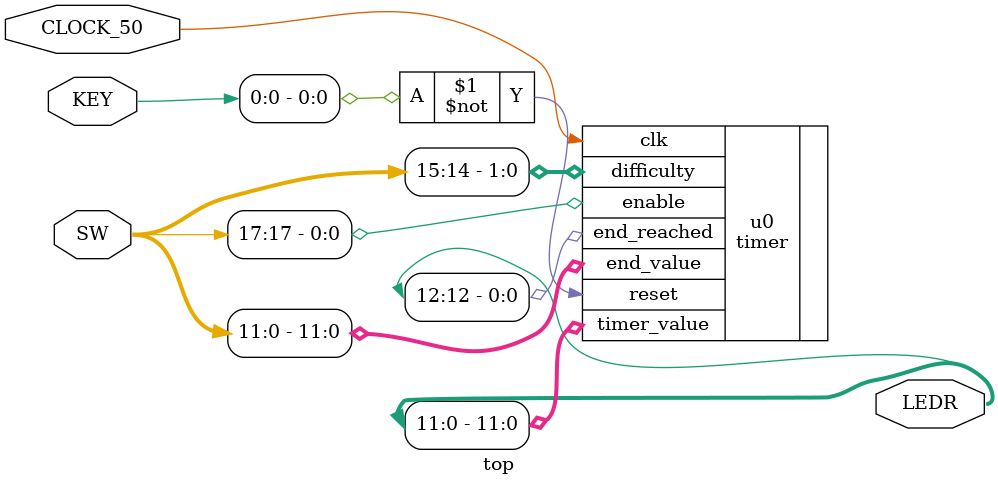
<source format=v>
module top (
input [17:0]	SW,
input	[3:0]		KEY,
input				CLOCK_50,
output [17:0]	LEDR
);

timer u0(
	.clk(CLOCK_50),
	.reset(~KEY[0]),
	.difficulty(SW[15:14]),
	.end_value(SW[11:0]),
	.enable(SW[17]),
	.timer_value(LEDR[11:0]),
	.end_reached(LEDR[12])
);

endmodule
</source>
